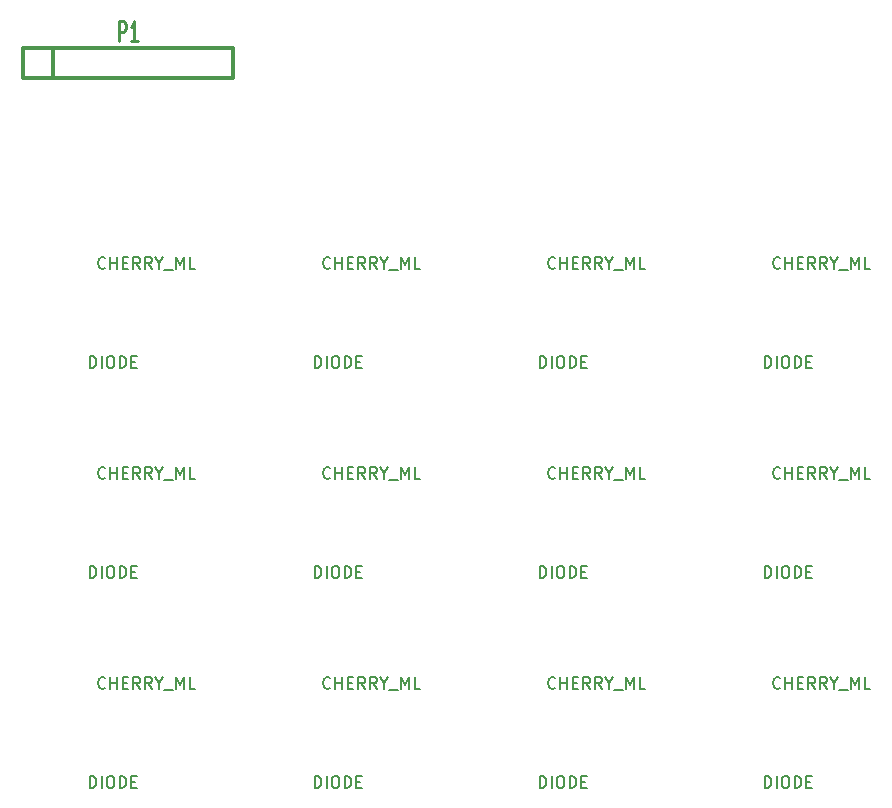
<source format=gto>
G04 (created by PCBNEW (2013-07-07 BZR 4022)-stable) date 09/11/2015 23:04:07*
%MOIN*%
G04 Gerber Fmt 3.4, Leading zero omitted, Abs format*
%FSLAX34Y34*%
G01*
G70*
G90*
G04 APERTURE LIST*
%ADD10C,0.00393701*%
%ADD11C,0.012*%
%ADD12C,0.0107*%
%ADD13C,0.00590551*%
G04 APERTURE END LIST*
G54D10*
G54D11*
X75500Y-47000D02*
X75500Y-47000D01*
X75500Y-47000D02*
X82500Y-47000D01*
X82500Y-47000D02*
X82500Y-48000D01*
X82500Y-48000D02*
X75500Y-48000D01*
X75500Y-48000D02*
X75500Y-47000D01*
X76500Y-48000D02*
X76500Y-48000D01*
X76500Y-48000D02*
X76500Y-47000D01*
G54D12*
X78684Y-46775D02*
X78684Y-46094D01*
X78847Y-46094D01*
X78887Y-46127D01*
X78908Y-46159D01*
X78928Y-46224D01*
X78928Y-46321D01*
X78908Y-46386D01*
X78887Y-46418D01*
X78847Y-46451D01*
X78684Y-46451D01*
X79336Y-46775D02*
X79091Y-46775D01*
X79214Y-46775D02*
X79214Y-46094D01*
X79173Y-46191D01*
X79132Y-46256D01*
X79091Y-46289D01*
G54D11*
G54D13*
X85740Y-54321D02*
X85722Y-54340D01*
X85665Y-54359D01*
X85628Y-54359D01*
X85572Y-54340D01*
X85534Y-54303D01*
X85515Y-54265D01*
X85497Y-54190D01*
X85497Y-54134D01*
X85515Y-54059D01*
X85534Y-54021D01*
X85572Y-53984D01*
X85628Y-53965D01*
X85665Y-53965D01*
X85722Y-53984D01*
X85740Y-54003D01*
X85909Y-54359D02*
X85909Y-53965D01*
X85909Y-54153D02*
X86134Y-54153D01*
X86134Y-54359D02*
X86134Y-53965D01*
X86321Y-54153D02*
X86453Y-54153D01*
X86509Y-54359D02*
X86321Y-54359D01*
X86321Y-53965D01*
X86509Y-53965D01*
X86903Y-54359D02*
X86771Y-54171D01*
X86678Y-54359D02*
X86678Y-53965D01*
X86828Y-53965D01*
X86865Y-53984D01*
X86884Y-54003D01*
X86903Y-54040D01*
X86903Y-54096D01*
X86884Y-54134D01*
X86865Y-54153D01*
X86828Y-54171D01*
X86678Y-54171D01*
X87296Y-54359D02*
X87165Y-54171D01*
X87071Y-54359D02*
X87071Y-53965D01*
X87221Y-53965D01*
X87259Y-53984D01*
X87278Y-54003D01*
X87296Y-54040D01*
X87296Y-54096D01*
X87278Y-54134D01*
X87259Y-54153D01*
X87221Y-54171D01*
X87071Y-54171D01*
X87540Y-54171D02*
X87540Y-54359D01*
X87409Y-53965D02*
X87540Y-54171D01*
X87671Y-53965D01*
X87709Y-54396D02*
X88009Y-54396D01*
X88102Y-54359D02*
X88102Y-53965D01*
X88234Y-54246D01*
X88365Y-53965D01*
X88365Y-54359D01*
X88740Y-54359D02*
X88552Y-54359D01*
X88552Y-53965D01*
X93240Y-54321D02*
X93222Y-54340D01*
X93165Y-54359D01*
X93128Y-54359D01*
X93072Y-54340D01*
X93034Y-54303D01*
X93015Y-54265D01*
X92997Y-54190D01*
X92997Y-54134D01*
X93015Y-54059D01*
X93034Y-54021D01*
X93072Y-53984D01*
X93128Y-53965D01*
X93165Y-53965D01*
X93222Y-53984D01*
X93240Y-54003D01*
X93409Y-54359D02*
X93409Y-53965D01*
X93409Y-54153D02*
X93634Y-54153D01*
X93634Y-54359D02*
X93634Y-53965D01*
X93821Y-54153D02*
X93953Y-54153D01*
X94009Y-54359D02*
X93821Y-54359D01*
X93821Y-53965D01*
X94009Y-53965D01*
X94403Y-54359D02*
X94271Y-54171D01*
X94178Y-54359D02*
X94178Y-53965D01*
X94328Y-53965D01*
X94365Y-53984D01*
X94384Y-54003D01*
X94403Y-54040D01*
X94403Y-54096D01*
X94384Y-54134D01*
X94365Y-54153D01*
X94328Y-54171D01*
X94178Y-54171D01*
X94796Y-54359D02*
X94665Y-54171D01*
X94571Y-54359D02*
X94571Y-53965D01*
X94721Y-53965D01*
X94759Y-53984D01*
X94778Y-54003D01*
X94796Y-54040D01*
X94796Y-54096D01*
X94778Y-54134D01*
X94759Y-54153D01*
X94721Y-54171D01*
X94571Y-54171D01*
X95040Y-54171D02*
X95040Y-54359D01*
X94909Y-53965D02*
X95040Y-54171D01*
X95171Y-53965D01*
X95209Y-54396D02*
X95509Y-54396D01*
X95602Y-54359D02*
X95602Y-53965D01*
X95734Y-54246D01*
X95865Y-53965D01*
X95865Y-54359D01*
X96240Y-54359D02*
X96052Y-54359D01*
X96052Y-53965D01*
X78240Y-61321D02*
X78222Y-61340D01*
X78165Y-61359D01*
X78128Y-61359D01*
X78072Y-61340D01*
X78034Y-61303D01*
X78015Y-61265D01*
X77997Y-61190D01*
X77997Y-61134D01*
X78015Y-61059D01*
X78034Y-61021D01*
X78072Y-60984D01*
X78128Y-60965D01*
X78165Y-60965D01*
X78222Y-60984D01*
X78240Y-61003D01*
X78409Y-61359D02*
X78409Y-60965D01*
X78409Y-61153D02*
X78634Y-61153D01*
X78634Y-61359D02*
X78634Y-60965D01*
X78821Y-61153D02*
X78953Y-61153D01*
X79009Y-61359D02*
X78821Y-61359D01*
X78821Y-60965D01*
X79009Y-60965D01*
X79403Y-61359D02*
X79271Y-61171D01*
X79178Y-61359D02*
X79178Y-60965D01*
X79328Y-60965D01*
X79365Y-60984D01*
X79384Y-61003D01*
X79403Y-61040D01*
X79403Y-61096D01*
X79384Y-61134D01*
X79365Y-61153D01*
X79328Y-61171D01*
X79178Y-61171D01*
X79796Y-61359D02*
X79665Y-61171D01*
X79571Y-61359D02*
X79571Y-60965D01*
X79721Y-60965D01*
X79759Y-60984D01*
X79778Y-61003D01*
X79796Y-61040D01*
X79796Y-61096D01*
X79778Y-61134D01*
X79759Y-61153D01*
X79721Y-61171D01*
X79571Y-61171D01*
X80040Y-61171D02*
X80040Y-61359D01*
X79909Y-60965D02*
X80040Y-61171D01*
X80171Y-60965D01*
X80209Y-61396D02*
X80509Y-61396D01*
X80602Y-61359D02*
X80602Y-60965D01*
X80734Y-61246D01*
X80865Y-60965D01*
X80865Y-61359D01*
X81240Y-61359D02*
X81052Y-61359D01*
X81052Y-60965D01*
X85740Y-61321D02*
X85722Y-61340D01*
X85665Y-61359D01*
X85628Y-61359D01*
X85572Y-61340D01*
X85534Y-61303D01*
X85515Y-61265D01*
X85497Y-61190D01*
X85497Y-61134D01*
X85515Y-61059D01*
X85534Y-61021D01*
X85572Y-60984D01*
X85628Y-60965D01*
X85665Y-60965D01*
X85722Y-60984D01*
X85740Y-61003D01*
X85909Y-61359D02*
X85909Y-60965D01*
X85909Y-61153D02*
X86134Y-61153D01*
X86134Y-61359D02*
X86134Y-60965D01*
X86321Y-61153D02*
X86453Y-61153D01*
X86509Y-61359D02*
X86321Y-61359D01*
X86321Y-60965D01*
X86509Y-60965D01*
X86903Y-61359D02*
X86771Y-61171D01*
X86678Y-61359D02*
X86678Y-60965D01*
X86828Y-60965D01*
X86865Y-60984D01*
X86884Y-61003D01*
X86903Y-61040D01*
X86903Y-61096D01*
X86884Y-61134D01*
X86865Y-61153D01*
X86828Y-61171D01*
X86678Y-61171D01*
X87296Y-61359D02*
X87165Y-61171D01*
X87071Y-61359D02*
X87071Y-60965D01*
X87221Y-60965D01*
X87259Y-60984D01*
X87278Y-61003D01*
X87296Y-61040D01*
X87296Y-61096D01*
X87278Y-61134D01*
X87259Y-61153D01*
X87221Y-61171D01*
X87071Y-61171D01*
X87540Y-61171D02*
X87540Y-61359D01*
X87409Y-60965D02*
X87540Y-61171D01*
X87671Y-60965D01*
X87709Y-61396D02*
X88009Y-61396D01*
X88102Y-61359D02*
X88102Y-60965D01*
X88234Y-61246D01*
X88365Y-60965D01*
X88365Y-61359D01*
X88740Y-61359D02*
X88552Y-61359D01*
X88552Y-60965D01*
X93240Y-61321D02*
X93222Y-61340D01*
X93165Y-61359D01*
X93128Y-61359D01*
X93072Y-61340D01*
X93034Y-61303D01*
X93015Y-61265D01*
X92997Y-61190D01*
X92997Y-61134D01*
X93015Y-61059D01*
X93034Y-61021D01*
X93072Y-60984D01*
X93128Y-60965D01*
X93165Y-60965D01*
X93222Y-60984D01*
X93240Y-61003D01*
X93409Y-61359D02*
X93409Y-60965D01*
X93409Y-61153D02*
X93634Y-61153D01*
X93634Y-61359D02*
X93634Y-60965D01*
X93821Y-61153D02*
X93953Y-61153D01*
X94009Y-61359D02*
X93821Y-61359D01*
X93821Y-60965D01*
X94009Y-60965D01*
X94403Y-61359D02*
X94271Y-61171D01*
X94178Y-61359D02*
X94178Y-60965D01*
X94328Y-60965D01*
X94365Y-60984D01*
X94384Y-61003D01*
X94403Y-61040D01*
X94403Y-61096D01*
X94384Y-61134D01*
X94365Y-61153D01*
X94328Y-61171D01*
X94178Y-61171D01*
X94796Y-61359D02*
X94665Y-61171D01*
X94571Y-61359D02*
X94571Y-60965D01*
X94721Y-60965D01*
X94759Y-60984D01*
X94778Y-61003D01*
X94796Y-61040D01*
X94796Y-61096D01*
X94778Y-61134D01*
X94759Y-61153D01*
X94721Y-61171D01*
X94571Y-61171D01*
X95040Y-61171D02*
X95040Y-61359D01*
X94909Y-60965D02*
X95040Y-61171D01*
X95171Y-60965D01*
X95209Y-61396D02*
X95509Y-61396D01*
X95602Y-61359D02*
X95602Y-60965D01*
X95734Y-61246D01*
X95865Y-60965D01*
X95865Y-61359D01*
X96240Y-61359D02*
X96052Y-61359D01*
X96052Y-60965D01*
X100740Y-54321D02*
X100722Y-54340D01*
X100665Y-54359D01*
X100628Y-54359D01*
X100572Y-54340D01*
X100534Y-54303D01*
X100515Y-54265D01*
X100497Y-54190D01*
X100497Y-54134D01*
X100515Y-54059D01*
X100534Y-54021D01*
X100572Y-53984D01*
X100628Y-53965D01*
X100665Y-53965D01*
X100722Y-53984D01*
X100740Y-54003D01*
X100909Y-54359D02*
X100909Y-53965D01*
X100909Y-54153D02*
X101134Y-54153D01*
X101134Y-54359D02*
X101134Y-53965D01*
X101321Y-54153D02*
X101453Y-54153D01*
X101509Y-54359D02*
X101321Y-54359D01*
X101321Y-53965D01*
X101509Y-53965D01*
X101903Y-54359D02*
X101771Y-54171D01*
X101678Y-54359D02*
X101678Y-53965D01*
X101828Y-53965D01*
X101865Y-53984D01*
X101884Y-54003D01*
X101903Y-54040D01*
X101903Y-54096D01*
X101884Y-54134D01*
X101865Y-54153D01*
X101828Y-54171D01*
X101678Y-54171D01*
X102296Y-54359D02*
X102165Y-54171D01*
X102071Y-54359D02*
X102071Y-53965D01*
X102221Y-53965D01*
X102259Y-53984D01*
X102278Y-54003D01*
X102296Y-54040D01*
X102296Y-54096D01*
X102278Y-54134D01*
X102259Y-54153D01*
X102221Y-54171D01*
X102071Y-54171D01*
X102540Y-54171D02*
X102540Y-54359D01*
X102409Y-53965D02*
X102540Y-54171D01*
X102671Y-53965D01*
X102709Y-54396D02*
X103009Y-54396D01*
X103102Y-54359D02*
X103102Y-53965D01*
X103234Y-54246D01*
X103365Y-53965D01*
X103365Y-54359D01*
X103740Y-54359D02*
X103552Y-54359D01*
X103552Y-53965D01*
X100740Y-61321D02*
X100722Y-61340D01*
X100665Y-61359D01*
X100628Y-61359D01*
X100572Y-61340D01*
X100534Y-61303D01*
X100515Y-61265D01*
X100497Y-61190D01*
X100497Y-61134D01*
X100515Y-61059D01*
X100534Y-61021D01*
X100572Y-60984D01*
X100628Y-60965D01*
X100665Y-60965D01*
X100722Y-60984D01*
X100740Y-61003D01*
X100909Y-61359D02*
X100909Y-60965D01*
X100909Y-61153D02*
X101134Y-61153D01*
X101134Y-61359D02*
X101134Y-60965D01*
X101321Y-61153D02*
X101453Y-61153D01*
X101509Y-61359D02*
X101321Y-61359D01*
X101321Y-60965D01*
X101509Y-60965D01*
X101903Y-61359D02*
X101771Y-61171D01*
X101678Y-61359D02*
X101678Y-60965D01*
X101828Y-60965D01*
X101865Y-60984D01*
X101884Y-61003D01*
X101903Y-61040D01*
X101903Y-61096D01*
X101884Y-61134D01*
X101865Y-61153D01*
X101828Y-61171D01*
X101678Y-61171D01*
X102296Y-61359D02*
X102165Y-61171D01*
X102071Y-61359D02*
X102071Y-60965D01*
X102221Y-60965D01*
X102259Y-60984D01*
X102278Y-61003D01*
X102296Y-61040D01*
X102296Y-61096D01*
X102278Y-61134D01*
X102259Y-61153D01*
X102221Y-61171D01*
X102071Y-61171D01*
X102540Y-61171D02*
X102540Y-61359D01*
X102409Y-60965D02*
X102540Y-61171D01*
X102671Y-60965D01*
X102709Y-61396D02*
X103009Y-61396D01*
X103102Y-61359D02*
X103102Y-60965D01*
X103234Y-61246D01*
X103365Y-60965D01*
X103365Y-61359D01*
X103740Y-61359D02*
X103552Y-61359D01*
X103552Y-60965D01*
X78240Y-68321D02*
X78222Y-68340D01*
X78165Y-68359D01*
X78128Y-68359D01*
X78072Y-68340D01*
X78034Y-68303D01*
X78015Y-68265D01*
X77997Y-68190D01*
X77997Y-68134D01*
X78015Y-68059D01*
X78034Y-68021D01*
X78072Y-67984D01*
X78128Y-67965D01*
X78165Y-67965D01*
X78222Y-67984D01*
X78240Y-68003D01*
X78409Y-68359D02*
X78409Y-67965D01*
X78409Y-68153D02*
X78634Y-68153D01*
X78634Y-68359D02*
X78634Y-67965D01*
X78821Y-68153D02*
X78953Y-68153D01*
X79009Y-68359D02*
X78821Y-68359D01*
X78821Y-67965D01*
X79009Y-67965D01*
X79403Y-68359D02*
X79271Y-68171D01*
X79178Y-68359D02*
X79178Y-67965D01*
X79328Y-67965D01*
X79365Y-67984D01*
X79384Y-68003D01*
X79403Y-68040D01*
X79403Y-68096D01*
X79384Y-68134D01*
X79365Y-68153D01*
X79328Y-68171D01*
X79178Y-68171D01*
X79796Y-68359D02*
X79665Y-68171D01*
X79571Y-68359D02*
X79571Y-67965D01*
X79721Y-67965D01*
X79759Y-67984D01*
X79778Y-68003D01*
X79796Y-68040D01*
X79796Y-68096D01*
X79778Y-68134D01*
X79759Y-68153D01*
X79721Y-68171D01*
X79571Y-68171D01*
X80040Y-68171D02*
X80040Y-68359D01*
X79909Y-67965D02*
X80040Y-68171D01*
X80171Y-67965D01*
X80209Y-68396D02*
X80509Y-68396D01*
X80602Y-68359D02*
X80602Y-67965D01*
X80734Y-68246D01*
X80865Y-67965D01*
X80865Y-68359D01*
X81240Y-68359D02*
X81052Y-68359D01*
X81052Y-67965D01*
X85740Y-68321D02*
X85722Y-68340D01*
X85665Y-68359D01*
X85628Y-68359D01*
X85572Y-68340D01*
X85534Y-68303D01*
X85515Y-68265D01*
X85497Y-68190D01*
X85497Y-68134D01*
X85515Y-68059D01*
X85534Y-68021D01*
X85572Y-67984D01*
X85628Y-67965D01*
X85665Y-67965D01*
X85722Y-67984D01*
X85740Y-68003D01*
X85909Y-68359D02*
X85909Y-67965D01*
X85909Y-68153D02*
X86134Y-68153D01*
X86134Y-68359D02*
X86134Y-67965D01*
X86321Y-68153D02*
X86453Y-68153D01*
X86509Y-68359D02*
X86321Y-68359D01*
X86321Y-67965D01*
X86509Y-67965D01*
X86903Y-68359D02*
X86771Y-68171D01*
X86678Y-68359D02*
X86678Y-67965D01*
X86828Y-67965D01*
X86865Y-67984D01*
X86884Y-68003D01*
X86903Y-68040D01*
X86903Y-68096D01*
X86884Y-68134D01*
X86865Y-68153D01*
X86828Y-68171D01*
X86678Y-68171D01*
X87296Y-68359D02*
X87165Y-68171D01*
X87071Y-68359D02*
X87071Y-67965D01*
X87221Y-67965D01*
X87259Y-67984D01*
X87278Y-68003D01*
X87296Y-68040D01*
X87296Y-68096D01*
X87278Y-68134D01*
X87259Y-68153D01*
X87221Y-68171D01*
X87071Y-68171D01*
X87540Y-68171D02*
X87540Y-68359D01*
X87409Y-67965D02*
X87540Y-68171D01*
X87671Y-67965D01*
X87709Y-68396D02*
X88009Y-68396D01*
X88102Y-68359D02*
X88102Y-67965D01*
X88234Y-68246D01*
X88365Y-67965D01*
X88365Y-68359D01*
X88740Y-68359D02*
X88552Y-68359D01*
X88552Y-67965D01*
X93240Y-68321D02*
X93222Y-68340D01*
X93165Y-68359D01*
X93128Y-68359D01*
X93072Y-68340D01*
X93034Y-68303D01*
X93015Y-68265D01*
X92997Y-68190D01*
X92997Y-68134D01*
X93015Y-68059D01*
X93034Y-68021D01*
X93072Y-67984D01*
X93128Y-67965D01*
X93165Y-67965D01*
X93222Y-67984D01*
X93240Y-68003D01*
X93409Y-68359D02*
X93409Y-67965D01*
X93409Y-68153D02*
X93634Y-68153D01*
X93634Y-68359D02*
X93634Y-67965D01*
X93821Y-68153D02*
X93953Y-68153D01*
X94009Y-68359D02*
X93821Y-68359D01*
X93821Y-67965D01*
X94009Y-67965D01*
X94403Y-68359D02*
X94271Y-68171D01*
X94178Y-68359D02*
X94178Y-67965D01*
X94328Y-67965D01*
X94365Y-67984D01*
X94384Y-68003D01*
X94403Y-68040D01*
X94403Y-68096D01*
X94384Y-68134D01*
X94365Y-68153D01*
X94328Y-68171D01*
X94178Y-68171D01*
X94796Y-68359D02*
X94665Y-68171D01*
X94571Y-68359D02*
X94571Y-67965D01*
X94721Y-67965D01*
X94759Y-67984D01*
X94778Y-68003D01*
X94796Y-68040D01*
X94796Y-68096D01*
X94778Y-68134D01*
X94759Y-68153D01*
X94721Y-68171D01*
X94571Y-68171D01*
X95040Y-68171D02*
X95040Y-68359D01*
X94909Y-67965D02*
X95040Y-68171D01*
X95171Y-67965D01*
X95209Y-68396D02*
X95509Y-68396D01*
X95602Y-68359D02*
X95602Y-67965D01*
X95734Y-68246D01*
X95865Y-67965D01*
X95865Y-68359D01*
X96240Y-68359D02*
X96052Y-68359D01*
X96052Y-67965D01*
X100740Y-68321D02*
X100722Y-68340D01*
X100665Y-68359D01*
X100628Y-68359D01*
X100572Y-68340D01*
X100534Y-68303D01*
X100515Y-68265D01*
X100497Y-68190D01*
X100497Y-68134D01*
X100515Y-68059D01*
X100534Y-68021D01*
X100572Y-67984D01*
X100628Y-67965D01*
X100665Y-67965D01*
X100722Y-67984D01*
X100740Y-68003D01*
X100909Y-68359D02*
X100909Y-67965D01*
X100909Y-68153D02*
X101134Y-68153D01*
X101134Y-68359D02*
X101134Y-67965D01*
X101321Y-68153D02*
X101453Y-68153D01*
X101509Y-68359D02*
X101321Y-68359D01*
X101321Y-67965D01*
X101509Y-67965D01*
X101903Y-68359D02*
X101771Y-68171D01*
X101678Y-68359D02*
X101678Y-67965D01*
X101828Y-67965D01*
X101865Y-67984D01*
X101884Y-68003D01*
X101903Y-68040D01*
X101903Y-68096D01*
X101884Y-68134D01*
X101865Y-68153D01*
X101828Y-68171D01*
X101678Y-68171D01*
X102296Y-68359D02*
X102165Y-68171D01*
X102071Y-68359D02*
X102071Y-67965D01*
X102221Y-67965D01*
X102259Y-67984D01*
X102278Y-68003D01*
X102296Y-68040D01*
X102296Y-68096D01*
X102278Y-68134D01*
X102259Y-68153D01*
X102221Y-68171D01*
X102071Y-68171D01*
X102540Y-68171D02*
X102540Y-68359D01*
X102409Y-67965D02*
X102540Y-68171D01*
X102671Y-67965D01*
X102709Y-68396D02*
X103009Y-68396D01*
X103102Y-68359D02*
X103102Y-67965D01*
X103234Y-68246D01*
X103365Y-67965D01*
X103365Y-68359D01*
X103740Y-68359D02*
X103552Y-68359D01*
X103552Y-67965D01*
X78240Y-54321D02*
X78222Y-54340D01*
X78165Y-54359D01*
X78128Y-54359D01*
X78072Y-54340D01*
X78034Y-54303D01*
X78015Y-54265D01*
X77997Y-54190D01*
X77997Y-54134D01*
X78015Y-54059D01*
X78034Y-54021D01*
X78072Y-53984D01*
X78128Y-53965D01*
X78165Y-53965D01*
X78222Y-53984D01*
X78240Y-54003D01*
X78409Y-54359D02*
X78409Y-53965D01*
X78409Y-54153D02*
X78634Y-54153D01*
X78634Y-54359D02*
X78634Y-53965D01*
X78821Y-54153D02*
X78953Y-54153D01*
X79009Y-54359D02*
X78821Y-54359D01*
X78821Y-53965D01*
X79009Y-53965D01*
X79403Y-54359D02*
X79271Y-54171D01*
X79178Y-54359D02*
X79178Y-53965D01*
X79328Y-53965D01*
X79365Y-53984D01*
X79384Y-54003D01*
X79403Y-54040D01*
X79403Y-54096D01*
X79384Y-54134D01*
X79365Y-54153D01*
X79328Y-54171D01*
X79178Y-54171D01*
X79796Y-54359D02*
X79665Y-54171D01*
X79571Y-54359D02*
X79571Y-53965D01*
X79721Y-53965D01*
X79759Y-53984D01*
X79778Y-54003D01*
X79796Y-54040D01*
X79796Y-54096D01*
X79778Y-54134D01*
X79759Y-54153D01*
X79721Y-54171D01*
X79571Y-54171D01*
X80040Y-54171D02*
X80040Y-54359D01*
X79909Y-53965D02*
X80040Y-54171D01*
X80171Y-53965D01*
X80209Y-54396D02*
X80509Y-54396D01*
X80602Y-54359D02*
X80602Y-53965D01*
X80734Y-54246D01*
X80865Y-53965D01*
X80865Y-54359D01*
X81240Y-54359D02*
X81052Y-54359D01*
X81052Y-53965D01*
X100221Y-64659D02*
X100221Y-64265D01*
X100315Y-64265D01*
X100371Y-64284D01*
X100409Y-64321D01*
X100428Y-64359D01*
X100446Y-64434D01*
X100446Y-64490D01*
X100428Y-64565D01*
X100409Y-64603D01*
X100371Y-64640D01*
X100315Y-64659D01*
X100221Y-64659D01*
X100615Y-64659D02*
X100615Y-64265D01*
X100878Y-64265D02*
X100953Y-64265D01*
X100990Y-64284D01*
X101028Y-64321D01*
X101046Y-64396D01*
X101046Y-64528D01*
X101028Y-64603D01*
X100990Y-64640D01*
X100953Y-64659D01*
X100878Y-64659D01*
X100840Y-64640D01*
X100803Y-64603D01*
X100784Y-64528D01*
X100784Y-64396D01*
X100803Y-64321D01*
X100840Y-64284D01*
X100878Y-64265D01*
X101215Y-64659D02*
X101215Y-64265D01*
X101309Y-64265D01*
X101365Y-64284D01*
X101403Y-64321D01*
X101421Y-64359D01*
X101440Y-64434D01*
X101440Y-64490D01*
X101421Y-64565D01*
X101403Y-64603D01*
X101365Y-64640D01*
X101309Y-64659D01*
X101215Y-64659D01*
X101609Y-64453D02*
X101740Y-64453D01*
X101796Y-64659D02*
X101609Y-64659D01*
X101609Y-64265D01*
X101796Y-64265D01*
X100221Y-71659D02*
X100221Y-71265D01*
X100315Y-71265D01*
X100371Y-71284D01*
X100409Y-71321D01*
X100428Y-71359D01*
X100446Y-71434D01*
X100446Y-71490D01*
X100428Y-71565D01*
X100409Y-71603D01*
X100371Y-71640D01*
X100315Y-71659D01*
X100221Y-71659D01*
X100615Y-71659D02*
X100615Y-71265D01*
X100878Y-71265D02*
X100953Y-71265D01*
X100990Y-71284D01*
X101028Y-71321D01*
X101046Y-71396D01*
X101046Y-71528D01*
X101028Y-71603D01*
X100990Y-71640D01*
X100953Y-71659D01*
X100878Y-71659D01*
X100840Y-71640D01*
X100803Y-71603D01*
X100784Y-71528D01*
X100784Y-71396D01*
X100803Y-71321D01*
X100840Y-71284D01*
X100878Y-71265D01*
X101215Y-71659D02*
X101215Y-71265D01*
X101309Y-71265D01*
X101365Y-71284D01*
X101403Y-71321D01*
X101421Y-71359D01*
X101440Y-71434D01*
X101440Y-71490D01*
X101421Y-71565D01*
X101403Y-71603D01*
X101365Y-71640D01*
X101309Y-71659D01*
X101215Y-71659D01*
X101609Y-71453D02*
X101740Y-71453D01*
X101796Y-71659D02*
X101609Y-71659D01*
X101609Y-71265D01*
X101796Y-71265D01*
X77721Y-71659D02*
X77721Y-71265D01*
X77815Y-71265D01*
X77871Y-71284D01*
X77909Y-71321D01*
X77928Y-71359D01*
X77946Y-71434D01*
X77946Y-71490D01*
X77928Y-71565D01*
X77909Y-71603D01*
X77871Y-71640D01*
X77815Y-71659D01*
X77721Y-71659D01*
X78115Y-71659D02*
X78115Y-71265D01*
X78378Y-71265D02*
X78453Y-71265D01*
X78490Y-71284D01*
X78528Y-71321D01*
X78546Y-71396D01*
X78546Y-71528D01*
X78528Y-71603D01*
X78490Y-71640D01*
X78453Y-71659D01*
X78378Y-71659D01*
X78340Y-71640D01*
X78303Y-71603D01*
X78284Y-71528D01*
X78284Y-71396D01*
X78303Y-71321D01*
X78340Y-71284D01*
X78378Y-71265D01*
X78715Y-71659D02*
X78715Y-71265D01*
X78809Y-71265D01*
X78865Y-71284D01*
X78903Y-71321D01*
X78921Y-71359D01*
X78940Y-71434D01*
X78940Y-71490D01*
X78921Y-71565D01*
X78903Y-71603D01*
X78865Y-71640D01*
X78809Y-71659D01*
X78715Y-71659D01*
X79109Y-71453D02*
X79240Y-71453D01*
X79296Y-71659D02*
X79109Y-71659D01*
X79109Y-71265D01*
X79296Y-71265D01*
X85221Y-71659D02*
X85221Y-71265D01*
X85315Y-71265D01*
X85371Y-71284D01*
X85409Y-71321D01*
X85428Y-71359D01*
X85446Y-71434D01*
X85446Y-71490D01*
X85428Y-71565D01*
X85409Y-71603D01*
X85371Y-71640D01*
X85315Y-71659D01*
X85221Y-71659D01*
X85615Y-71659D02*
X85615Y-71265D01*
X85878Y-71265D02*
X85953Y-71265D01*
X85990Y-71284D01*
X86028Y-71321D01*
X86046Y-71396D01*
X86046Y-71528D01*
X86028Y-71603D01*
X85990Y-71640D01*
X85953Y-71659D01*
X85878Y-71659D01*
X85840Y-71640D01*
X85803Y-71603D01*
X85784Y-71528D01*
X85784Y-71396D01*
X85803Y-71321D01*
X85840Y-71284D01*
X85878Y-71265D01*
X86215Y-71659D02*
X86215Y-71265D01*
X86309Y-71265D01*
X86365Y-71284D01*
X86403Y-71321D01*
X86421Y-71359D01*
X86440Y-71434D01*
X86440Y-71490D01*
X86421Y-71565D01*
X86403Y-71603D01*
X86365Y-71640D01*
X86309Y-71659D01*
X86215Y-71659D01*
X86609Y-71453D02*
X86740Y-71453D01*
X86796Y-71659D02*
X86609Y-71659D01*
X86609Y-71265D01*
X86796Y-71265D01*
X92721Y-71659D02*
X92721Y-71265D01*
X92815Y-71265D01*
X92871Y-71284D01*
X92909Y-71321D01*
X92928Y-71359D01*
X92946Y-71434D01*
X92946Y-71490D01*
X92928Y-71565D01*
X92909Y-71603D01*
X92871Y-71640D01*
X92815Y-71659D01*
X92721Y-71659D01*
X93115Y-71659D02*
X93115Y-71265D01*
X93378Y-71265D02*
X93453Y-71265D01*
X93490Y-71284D01*
X93528Y-71321D01*
X93546Y-71396D01*
X93546Y-71528D01*
X93528Y-71603D01*
X93490Y-71640D01*
X93453Y-71659D01*
X93378Y-71659D01*
X93340Y-71640D01*
X93303Y-71603D01*
X93284Y-71528D01*
X93284Y-71396D01*
X93303Y-71321D01*
X93340Y-71284D01*
X93378Y-71265D01*
X93715Y-71659D02*
X93715Y-71265D01*
X93809Y-71265D01*
X93865Y-71284D01*
X93903Y-71321D01*
X93921Y-71359D01*
X93940Y-71434D01*
X93940Y-71490D01*
X93921Y-71565D01*
X93903Y-71603D01*
X93865Y-71640D01*
X93809Y-71659D01*
X93715Y-71659D01*
X94109Y-71453D02*
X94240Y-71453D01*
X94296Y-71659D02*
X94109Y-71659D01*
X94109Y-71265D01*
X94296Y-71265D01*
X92721Y-64659D02*
X92721Y-64265D01*
X92815Y-64265D01*
X92871Y-64284D01*
X92909Y-64321D01*
X92928Y-64359D01*
X92946Y-64434D01*
X92946Y-64490D01*
X92928Y-64565D01*
X92909Y-64603D01*
X92871Y-64640D01*
X92815Y-64659D01*
X92721Y-64659D01*
X93115Y-64659D02*
X93115Y-64265D01*
X93378Y-64265D02*
X93453Y-64265D01*
X93490Y-64284D01*
X93528Y-64321D01*
X93546Y-64396D01*
X93546Y-64528D01*
X93528Y-64603D01*
X93490Y-64640D01*
X93453Y-64659D01*
X93378Y-64659D01*
X93340Y-64640D01*
X93303Y-64603D01*
X93284Y-64528D01*
X93284Y-64396D01*
X93303Y-64321D01*
X93340Y-64284D01*
X93378Y-64265D01*
X93715Y-64659D02*
X93715Y-64265D01*
X93809Y-64265D01*
X93865Y-64284D01*
X93903Y-64321D01*
X93921Y-64359D01*
X93940Y-64434D01*
X93940Y-64490D01*
X93921Y-64565D01*
X93903Y-64603D01*
X93865Y-64640D01*
X93809Y-64659D01*
X93715Y-64659D01*
X94109Y-64453D02*
X94240Y-64453D01*
X94296Y-64659D02*
X94109Y-64659D01*
X94109Y-64265D01*
X94296Y-64265D01*
X85221Y-64659D02*
X85221Y-64265D01*
X85315Y-64265D01*
X85371Y-64284D01*
X85409Y-64321D01*
X85428Y-64359D01*
X85446Y-64434D01*
X85446Y-64490D01*
X85428Y-64565D01*
X85409Y-64603D01*
X85371Y-64640D01*
X85315Y-64659D01*
X85221Y-64659D01*
X85615Y-64659D02*
X85615Y-64265D01*
X85878Y-64265D02*
X85953Y-64265D01*
X85990Y-64284D01*
X86028Y-64321D01*
X86046Y-64396D01*
X86046Y-64528D01*
X86028Y-64603D01*
X85990Y-64640D01*
X85953Y-64659D01*
X85878Y-64659D01*
X85840Y-64640D01*
X85803Y-64603D01*
X85784Y-64528D01*
X85784Y-64396D01*
X85803Y-64321D01*
X85840Y-64284D01*
X85878Y-64265D01*
X86215Y-64659D02*
X86215Y-64265D01*
X86309Y-64265D01*
X86365Y-64284D01*
X86403Y-64321D01*
X86421Y-64359D01*
X86440Y-64434D01*
X86440Y-64490D01*
X86421Y-64565D01*
X86403Y-64603D01*
X86365Y-64640D01*
X86309Y-64659D01*
X86215Y-64659D01*
X86609Y-64453D02*
X86740Y-64453D01*
X86796Y-64659D02*
X86609Y-64659D01*
X86609Y-64265D01*
X86796Y-64265D01*
X77721Y-64659D02*
X77721Y-64265D01*
X77815Y-64265D01*
X77871Y-64284D01*
X77909Y-64321D01*
X77928Y-64359D01*
X77946Y-64434D01*
X77946Y-64490D01*
X77928Y-64565D01*
X77909Y-64603D01*
X77871Y-64640D01*
X77815Y-64659D01*
X77721Y-64659D01*
X78115Y-64659D02*
X78115Y-64265D01*
X78378Y-64265D02*
X78453Y-64265D01*
X78490Y-64284D01*
X78528Y-64321D01*
X78546Y-64396D01*
X78546Y-64528D01*
X78528Y-64603D01*
X78490Y-64640D01*
X78453Y-64659D01*
X78378Y-64659D01*
X78340Y-64640D01*
X78303Y-64603D01*
X78284Y-64528D01*
X78284Y-64396D01*
X78303Y-64321D01*
X78340Y-64284D01*
X78378Y-64265D01*
X78715Y-64659D02*
X78715Y-64265D01*
X78809Y-64265D01*
X78865Y-64284D01*
X78903Y-64321D01*
X78921Y-64359D01*
X78940Y-64434D01*
X78940Y-64490D01*
X78921Y-64565D01*
X78903Y-64603D01*
X78865Y-64640D01*
X78809Y-64659D01*
X78715Y-64659D01*
X79109Y-64453D02*
X79240Y-64453D01*
X79296Y-64659D02*
X79109Y-64659D01*
X79109Y-64265D01*
X79296Y-64265D01*
X100221Y-57659D02*
X100221Y-57265D01*
X100315Y-57265D01*
X100371Y-57284D01*
X100409Y-57321D01*
X100428Y-57359D01*
X100446Y-57434D01*
X100446Y-57490D01*
X100428Y-57565D01*
X100409Y-57603D01*
X100371Y-57640D01*
X100315Y-57659D01*
X100221Y-57659D01*
X100615Y-57659D02*
X100615Y-57265D01*
X100878Y-57265D02*
X100953Y-57265D01*
X100990Y-57284D01*
X101028Y-57321D01*
X101046Y-57396D01*
X101046Y-57528D01*
X101028Y-57603D01*
X100990Y-57640D01*
X100953Y-57659D01*
X100878Y-57659D01*
X100840Y-57640D01*
X100803Y-57603D01*
X100784Y-57528D01*
X100784Y-57396D01*
X100803Y-57321D01*
X100840Y-57284D01*
X100878Y-57265D01*
X101215Y-57659D02*
X101215Y-57265D01*
X101309Y-57265D01*
X101365Y-57284D01*
X101403Y-57321D01*
X101421Y-57359D01*
X101440Y-57434D01*
X101440Y-57490D01*
X101421Y-57565D01*
X101403Y-57603D01*
X101365Y-57640D01*
X101309Y-57659D01*
X101215Y-57659D01*
X101609Y-57453D02*
X101740Y-57453D01*
X101796Y-57659D02*
X101609Y-57659D01*
X101609Y-57265D01*
X101796Y-57265D01*
X92721Y-57659D02*
X92721Y-57265D01*
X92815Y-57265D01*
X92871Y-57284D01*
X92909Y-57321D01*
X92928Y-57359D01*
X92946Y-57434D01*
X92946Y-57490D01*
X92928Y-57565D01*
X92909Y-57603D01*
X92871Y-57640D01*
X92815Y-57659D01*
X92721Y-57659D01*
X93115Y-57659D02*
X93115Y-57265D01*
X93378Y-57265D02*
X93453Y-57265D01*
X93490Y-57284D01*
X93528Y-57321D01*
X93546Y-57396D01*
X93546Y-57528D01*
X93528Y-57603D01*
X93490Y-57640D01*
X93453Y-57659D01*
X93378Y-57659D01*
X93340Y-57640D01*
X93303Y-57603D01*
X93284Y-57528D01*
X93284Y-57396D01*
X93303Y-57321D01*
X93340Y-57284D01*
X93378Y-57265D01*
X93715Y-57659D02*
X93715Y-57265D01*
X93809Y-57265D01*
X93865Y-57284D01*
X93903Y-57321D01*
X93921Y-57359D01*
X93940Y-57434D01*
X93940Y-57490D01*
X93921Y-57565D01*
X93903Y-57603D01*
X93865Y-57640D01*
X93809Y-57659D01*
X93715Y-57659D01*
X94109Y-57453D02*
X94240Y-57453D01*
X94296Y-57659D02*
X94109Y-57659D01*
X94109Y-57265D01*
X94296Y-57265D01*
X85221Y-57659D02*
X85221Y-57265D01*
X85315Y-57265D01*
X85371Y-57284D01*
X85409Y-57321D01*
X85428Y-57359D01*
X85446Y-57434D01*
X85446Y-57490D01*
X85428Y-57565D01*
X85409Y-57603D01*
X85371Y-57640D01*
X85315Y-57659D01*
X85221Y-57659D01*
X85615Y-57659D02*
X85615Y-57265D01*
X85878Y-57265D02*
X85953Y-57265D01*
X85990Y-57284D01*
X86028Y-57321D01*
X86046Y-57396D01*
X86046Y-57528D01*
X86028Y-57603D01*
X85990Y-57640D01*
X85953Y-57659D01*
X85878Y-57659D01*
X85840Y-57640D01*
X85803Y-57603D01*
X85784Y-57528D01*
X85784Y-57396D01*
X85803Y-57321D01*
X85840Y-57284D01*
X85878Y-57265D01*
X86215Y-57659D02*
X86215Y-57265D01*
X86309Y-57265D01*
X86365Y-57284D01*
X86403Y-57321D01*
X86421Y-57359D01*
X86440Y-57434D01*
X86440Y-57490D01*
X86421Y-57565D01*
X86403Y-57603D01*
X86365Y-57640D01*
X86309Y-57659D01*
X86215Y-57659D01*
X86609Y-57453D02*
X86740Y-57453D01*
X86796Y-57659D02*
X86609Y-57659D01*
X86609Y-57265D01*
X86796Y-57265D01*
X77721Y-57659D02*
X77721Y-57265D01*
X77815Y-57265D01*
X77871Y-57284D01*
X77909Y-57321D01*
X77928Y-57359D01*
X77946Y-57434D01*
X77946Y-57490D01*
X77928Y-57565D01*
X77909Y-57603D01*
X77871Y-57640D01*
X77815Y-57659D01*
X77721Y-57659D01*
X78115Y-57659D02*
X78115Y-57265D01*
X78378Y-57265D02*
X78453Y-57265D01*
X78490Y-57284D01*
X78528Y-57321D01*
X78546Y-57396D01*
X78546Y-57528D01*
X78528Y-57603D01*
X78490Y-57640D01*
X78453Y-57659D01*
X78378Y-57659D01*
X78340Y-57640D01*
X78303Y-57603D01*
X78284Y-57528D01*
X78284Y-57396D01*
X78303Y-57321D01*
X78340Y-57284D01*
X78378Y-57265D01*
X78715Y-57659D02*
X78715Y-57265D01*
X78809Y-57265D01*
X78865Y-57284D01*
X78903Y-57321D01*
X78921Y-57359D01*
X78940Y-57434D01*
X78940Y-57490D01*
X78921Y-57565D01*
X78903Y-57603D01*
X78865Y-57640D01*
X78809Y-57659D01*
X78715Y-57659D01*
X79109Y-57453D02*
X79240Y-57453D01*
X79296Y-57659D02*
X79109Y-57659D01*
X79109Y-57265D01*
X79296Y-57265D01*
M02*

</source>
